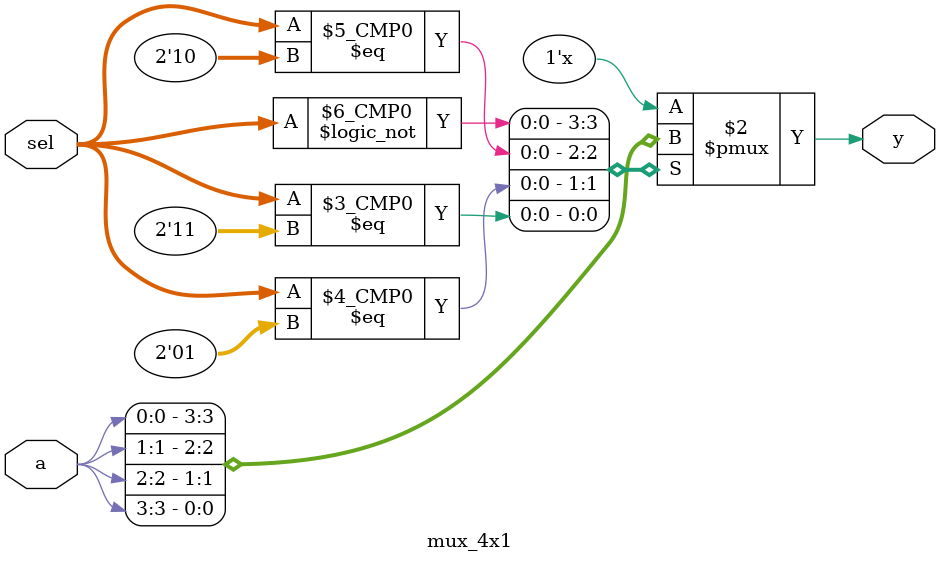
<source format=v>
`timescale 1ns / 1ps


module mux_4x1(
input [3:0] a,
input [1:0]sel,
output reg y);
always @(*)
begin
case(sel)
 2'b00:y=a[0];
 2'b10:y=a[1];
 2'b01:y=a[2];
 2'b11:y=a[3];
endcase
end
endmodule

</source>
